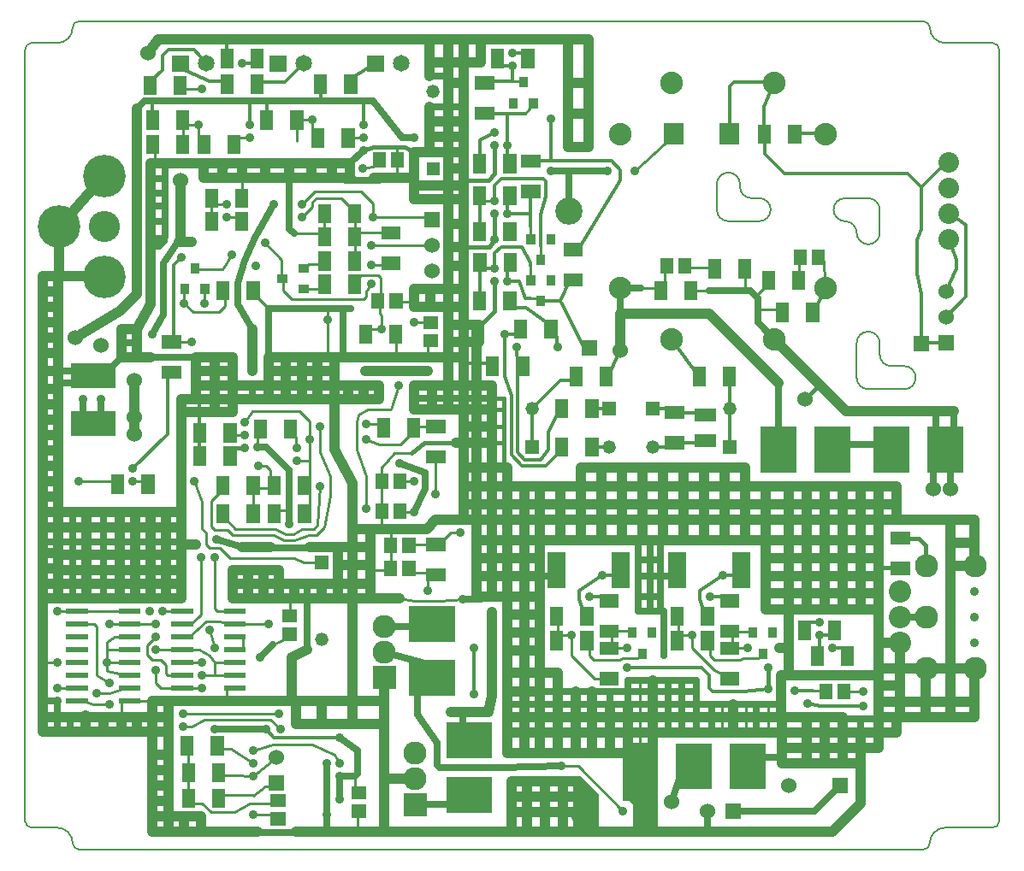
<source format=gbr>
G04 start of page 3 for group 1 idx 1 *
G04 Title: (unknown), solder *
G04 Creator: pcb 20091103 *
G04 CreationDate: Sun Apr 21 07:43:03 2024 UTC *
G04 For: bh *
G04 Format: Gerber/RS-274X *
G04 PCB-Dimensions: 560000 580000 *
G04 PCB-Coordinate-Origin: lower left *
%MOIN*%
%FSLAX25Y25*%
%LNBOTTOM*%
%ADD11C,0.0200*%
%ADD12C,0.0400*%
%ADD13C,0.0100*%
%ADD14C,0.0180*%
%ADD15C,0.0140*%
%ADD16C,0.0250*%
%ADD17C,0.0350*%
%ADD18C,0.0600*%
%ADD19C,0.0900*%
%ADD20C,0.0520*%
%ADD21C,0.1216*%
%ADD22C,0.1661*%
%ADD23C,0.0650*%
%ADD24C,0.0880*%
%ADD25C,0.0800*%
%ADD26C,0.1060*%
%ADD27C,0.0868*%
%ADD28C,0.0905*%
%ADD29C,0.0360*%
%ADD30R,0.0200X0.0200*%
%ADD33R,0.0512X0.0512*%
%ADD34R,0.1400X0.1400*%
%ADD38R,0.0340X0.0340*%
%ADD39R,0.0970X0.0970*%
%ADD40C,0.0380*%
%ADD41C,0.0220*%
%ADD42C,0.1299*%
%ADD43C,0.0672*%
%ADD44C,0.1027*%
%ADD45C,0.0430*%
%ADD46C,0.0408*%
%ADD47C,0.0709*%
%ADD48C,0.0620*%
%ADD49C,0.0418*%
%ADD50C,0.0455*%
%ADD51C,0.0300*%
%ADD52C,0.0060*%
%ADD53R,0.0680X0.0680*%
%ADD54R,0.0780X0.0780*%
%ADD55R,0.0490X0.0490*%
G54D11*G36*
X118500Y335000D02*X115000D01*
Y340500D01*
X121500D01*
Y338000D01*
X118500Y335000D01*
G37*
G36*
X279500Y129500D02*X282500D01*
X289500Y122500D01*
Y106000D01*
X279500D01*
Y129500D01*
G37*
G36*
X303000Y118500D02*X301500Y120000D01*
X299000D01*
Y142500D01*
X312500D01*
Y108000D01*
X303000D01*
Y118500D01*
G37*
G54D12*X161000Y293000D02*X237000D01*
X198500Y287500D02*X223000D01*
X161500D02*X186500D01*
G54D16*X231500Y287000D02*X231000Y286500D01*
G54D13*X210405Y300819D02*Y293095D01*
X205000Y304000D02*Y309224D01*
X204319Y309905D01*
Y313745D01*
X205000Y304000D02*X199414D01*
X199000Y318500D02*X201000Y321500D01*
X210543Y314607D02*X217393D01*
X223000Y293000D02*Y298850D01*
X217500Y306500D02*X224350D01*
G54D16*X190000Y312000D02*Y292500D01*
X161000Y293000D02*Y312000D01*
G54D13*X195095Y267681D02*Y256905D01*
X199000Y261000D02*X204000Y259000D01*
X172000Y252500D02*X177000D01*
X196000Y270500D02*X195095Y267681D01*
X199500Y272500D02*X196000Y270500D01*
X199500Y272500D02*X208500D01*
X199000Y267000D02*X205276D01*
G54D12*X192000Y282000D02*Y276500D01*
X198000Y282000D02*Y276500D01*
G54D13*X172000Y257500D02*X171000Y266500D01*
G54D12*X224500Y282000D02*Y272500D01*
G54D13*X208500D02*X211500Y282000D01*
G54D12*X217500D02*Y272500D01*
G54D13*X204000Y259000D02*X212086D01*
X217405Y264319D01*
X224819Y265905D02*X218181D01*
X210000Y255500D02*X216500D01*
G54D14*X221500Y259500D01*
G54D12*X237000Y266000D02*X248000D01*
Y282000D02*X217500D01*
Y272500D02*X248000D01*
G54D16*X217500Y277000D02*X248000D01*
X240000Y282000D02*X229500D01*
G54D13*X196724Y325000D02*X194405Y322681D01*
X196724Y325000D02*X203500D01*
X197000Y357500D02*X201500Y353000D01*
Y347000D01*
X201000Y329000D02*X206724D01*
X204500Y324000D02*Y315650D01*
X198000Y315500D02*X199000Y316500D01*
X203500Y325000D02*X204500Y324000D01*
X199000Y316500D02*Y318500D01*
X194405Y347819D02*Y331681D01*
X194724Y341500D02*X194405Y341181D01*
X207224Y341500D02*X194724D01*
G54D12*X231000Y345000D02*X237000D01*
X231000Y272500D02*Y417000D01*
Y366500D02*X237000D01*
X231000Y400000D02*X237000D01*
Y336000D02*X231500D01*
X231000Y328500D02*X237000D01*
X231500Y336000D02*X231000Y335500D01*
X204000Y276500D02*Y282000D01*
G54D13*X201000Y336500D02*X224500D01*
G54D12*X237000Y373000D02*X217500D01*
X223500Y379000D02*X237000D01*
X217500Y360000D02*X237000D01*
G54D16*X223000Y390500D02*X237500D01*
X223000Y402500D02*X231500D01*
G54D12*X223500D02*Y417000D01*
X217500Y373000D02*Y354500D01*
X237000Y229500D02*Y417000D01*
G54D14*X214000Y375000D02*X201500D01*
X214000D02*X217500Y373000D01*
G54D13*X211000Y363000D02*Y375000D01*
G54D16*X201500Y393000D02*X213000Y378500D01*
X217500D01*
G54D12*X223500Y385000D02*X237000D01*
X223500Y373000D02*Y390500D01*
G54D14*X249000Y364500D02*Y375500D01*
G54D15*X243095Y377595D02*X249000Y380500D01*
X250914Y406500D02*X250095Y407319D01*
G54D12*X243500Y408000D02*Y417000D01*
X223500Y408000D02*X243500D01*
G54D15*X243095Y369681D02*Y377595D01*
G54D13*X201500Y347500D02*X223500D01*
G54D12*X202000Y363000D02*X217500D01*
G54D13*X223500Y347500D02*X224500Y346500D01*
G54D12*X217500Y354500D02*X237000D01*
G54D14*X249000Y339000D02*Y349000D01*
G54D15*X243095Y343181D02*Y354819D01*
X249000Y333500D02*X251500Y336000D01*
G54D14*X236500D02*X247000D01*
X249000Y339000D01*
G54D15*X244478Y327500D02*X243202Y328776D01*
X249000Y327500D02*X244478D01*
X243095Y316181D02*Y328669D01*
X243202Y328776D01*
X249000Y333500D02*Y327500D01*
G54D13*Y354000D02*X243914D01*
X243095Y354819D01*
G54D15*X249000Y360000D02*X251500Y362500D01*
G54D14*X237500Y362000D02*X246500D01*
X249000Y364500D01*
G54D15*Y360000D02*Y354000D01*
G54D12*X118000Y417000D02*X285500D01*
G54D15*X144595Y410681D02*Y416905D01*
X119500Y410500D02*X122000Y413000D01*
G54D12*X118000Y417000D02*X114000Y411500D01*
G54D15*X122000Y413000D02*X132000D01*
X256000Y411500D02*X261086D01*
X150500Y407500D02*X155586D01*
X256000Y406500D02*X250914D01*
X202500Y407500D02*X193000Y401500D01*
X256000Y406500D02*Y400500D01*
X244500D01*
G54D13*X256000D02*X260100D01*
G54D12*X285500Y400000D02*X277500D01*
G54D15*X137819Y400681D02*X126000Y406000D01*
X132000Y413000D02*X136500Y407500D01*
X119500Y405000D02*Y410500D01*
G54D13*X135000Y397500D02*X125724D01*
G54D15*X114595Y400181D02*X114681D01*
X167181D02*X156905D01*
X167181D02*X174500Y407500D01*
X144595Y400681D02*X137819D01*
G54D13*X197500Y366500D02*X205000Y368000D01*
G54D12*X169000Y363000D02*Y368500D01*
X135500Y363000D02*X193000D01*
X135500D02*Y368500D01*
X192500Y363000D02*Y368500D01*
X185500Y363500D02*Y368500D01*
G54D13*X178000Y353500D02*X179500Y355000D01*
X189086D02*X179500D01*
X179000Y357500D02*X197000D01*
X189086Y355000D02*X193905Y350181D01*
G54D16*X191000Y362000D02*X204000D01*
G54D13*X144500Y352500D02*X139914D01*
G54D16*X120500Y352000D02*X115000D01*
G54D13*X303500Y365500D02*X318700Y379700D01*
G54D15*X298000Y366000D02*X294500Y369500D01*
X298000Y362000D02*Y366000D01*
X254000Y349000D02*Y353914D01*
X254905Y354819D01*
X267000Y348500D02*X269000Y355500D01*
X254000Y349000D02*X263000D01*
X269000Y361500D02*Y355500D01*
X268000Y362500D02*X269000Y361500D01*
G54D13*X260905Y388095D02*X264000Y391700D01*
G54D15*X251500Y362500D02*X268000D01*
X246181Y388095D02*X260905D01*
G54D12*X277500Y388000D02*X285500D01*
G54D15*X294500Y369500D02*X264276D01*
X271000Y386000D02*Y369500D01*
X254000Y370586D02*Y388000D01*
G54D16*X271000Y365500D02*X293000D01*
G54D12*X277500Y375000D02*X285500D01*
G54D16*X278000Y365500D02*Y350000D01*
G54D12*X285500Y417000D02*Y375000D01*
X277500Y417000D02*Y375000D01*
G54D16*X170819Y341181D02*X169000Y343000D01*
G54D13*X182595Y341181D02*Y347819D01*
X174000Y347500D02*X178000Y351500D01*
X182595Y341181D02*X170819D01*
G54D16*X149000Y322000D02*X151500Y330500D01*
G54D13*X166000Y323600D02*Y331000D01*
X176619Y329319D02*X174800Y327500D01*
Y319700D02*X181976D01*
X182595Y329319D02*X176619D01*
G54D16*X151500Y330500D02*X155500Y339500D01*
X163000Y352500D01*
G54D13*X144500Y347500D02*X149224D01*
X166000Y331000D02*X159500Y337500D01*
G54D16*X120500Y368500D02*Y340000D01*
G54D13*X128224Y383500D02*X127405Y384319D01*
Y377181D01*
G54D16*X120000Y329500D02*X125500Y338000D01*
G54D12*X109500Y390000D02*Y317500D01*
G54D15*X114681Y400181D02*X119500Y405000D01*
G54D16*X109500Y390000D02*X112500Y393000D01*
G54D13*X116500Y368500D02*Y373914D01*
G54D12*X115000Y313500D02*Y368500D01*
X126500Y362000D02*Y338000D01*
X131000D02*X126000D01*
G54D16*X120500Y362500D02*X115000D01*
X120500Y357000D02*X114500D01*
X120500Y346000D02*X115000D01*
G54D15*X153500Y383500D02*Y393000D01*
G54D16*X112500D02*X201500D01*
G54D15*X115595Y386681D02*Y392905D01*
X160095Y386681D02*Y393095D01*
G54D13*X133500Y383500D02*X128224D01*
X171905Y384319D02*Y377181D01*
X178000Y385500D02*Y379276D01*
X180095Y377181D01*
X198000Y378500D02*X193224D01*
G54D16*X198000Y373500D02*X192500Y368500D01*
G54D14*X201500Y375000D02*X198000Y373500D01*
G54D13*X178000Y385500D02*X172724D01*
Y383500D02*X171905Y384319D01*
G54D15*X198000Y383500D02*Y393000D01*
X181190Y399138D02*Y393414D01*
G54D12*X192500Y368500D02*X115000D01*
G54D13*X133500Y379276D02*X135595Y377181D01*
X133500Y383500D02*Y379276D01*
G54D16*X169000Y343000D02*Y363500D01*
G54D13*X138595Y353819D02*Y347181D01*
X153500Y378500D02*X148724D01*
X150405Y356181D02*Y363405D01*
G54D12*X150500Y363000D02*Y368500D01*
X159500Y363000D02*Y368500D01*
X143000Y363000D02*Y368000D01*
X144000D02*X143500Y368500D01*
G54D13*X178000Y351500D02*Y353500D01*
X174000Y352500D02*X179000Y357500D01*
G54D12*X177500Y363500D02*Y368500D01*
X79300Y344200D02*Y324300D01*
X97000Y363900D02*X79400Y344100D01*
G54D13*X161000Y312000D02*X154905Y317819D01*
X141500Y310500D02*X144000Y313000D01*
Y316914D01*
G54D16*X149000Y313500D02*X154500Y304000D01*
G54D13*X131900Y327400D02*X142950D01*
X142957Y327393D02*X146500Y333000D01*
G54D15*X127000Y332000D02*X124000Y329000D01*
G54D13*X166600Y323600D02*Y318900D01*
X170000Y315500D01*
G54D16*X149000Y313500D02*Y322000D01*
G54D13*X136000Y319000D02*X135800Y319200D01*
X136000Y314000D02*Y319000D01*
X128000Y314000D02*Y319200D01*
G54D15*X124000Y329000D02*Y299000D01*
G54D16*X120000Y329500D02*Y309500D01*
G54D14*X151500Y257500D02*X147724D01*
G54D13*X156500Y258000D02*Y262724D01*
X147724Y257500D02*X145905Y255681D01*
G54D16*X160000Y258000D02*X156500D01*
G54D13*X151500Y262500D02*X146000D01*
G54D12*X161000Y293000D02*Y276500D01*
X167500Y293000D02*Y276500D01*
X180000Y293000D02*Y276500D01*
X174000Y293000D02*Y276500D01*
G54D16*X154500Y282000D02*Y276500D01*
X161000Y312000D02*X193000D01*
G54D13*X204319Y313745D02*X203457Y314607D01*
X128000Y314000D02*X131500Y310500D01*
X141500D01*
X170000Y315500D02*X198000D01*
G54D12*X109500Y317500D02*X103000Y311000D01*
G54D13*X131000Y299000D02*X124276D01*
X124181Y298905D01*
G54D16*X120000Y309500D02*X115500Y302000D01*
G54D12*X109500Y304000D02*X109586Y293000D01*
X103000Y311000D02*X85500Y300500D01*
G54D16*X79000Y283000D02*X85700D01*
X103500Y293000D02*X96400Y285900D01*
G54D12*X109500Y304000D02*X103500D01*
G54D16*X132500Y293000D02*X115000D01*
G54D12*X103500D01*
X115000Y313500D02*X109500Y304000D01*
X154500D02*Y287500D01*
G54D15*X134000Y276000D02*Y253414D01*
G54D12*X127000Y271500D02*X147000D01*
G54D15*X121500Y287000D02*Y263000D01*
G54D12*X108500Y284000D02*Y263000D01*
X147000Y271500D02*Y293000D01*
X132500D02*Y276500D01*
X140000Y293000D02*Y271500D01*
X132500Y287500D02*X147000D01*
X132500Y293000D02*X147000D01*
G54D16*X95500Y276500D02*Y268000D01*
X88500Y276500D02*Y267200D01*
G54D13*X173000Y272000D02*X177000Y268000D01*
X181000Y266000D02*Y256000D01*
G54D12*X204000Y282000D02*X132500D01*
X127000Y276500D02*X204000D01*
G54D13*X151500Y267500D02*X154500Y272000D01*
X173000D01*
G54D14*X221500Y259500D02*X234000D01*
G54D12*X248000D02*X234000D01*
G54D14*X248000Y272500D02*X252500D01*
X248000Y259500D02*X252500D01*
X248500Y266000D02*X252500D01*
G54D12*X237000Y250000D02*X254000D01*
G54D15*X263500Y258000D02*Y273000D01*
X270000Y263500D02*X274000Y272000D01*
X275095Y274181D02*X274819D01*
X293500Y258000D02*X288086D01*
X293500Y273000D02*X288086D01*
X270000Y257000D02*Y263500D01*
X310500Y273000D02*X316224D01*
X260500Y253000D02*X267000D01*
X260500D02*X258000Y256000D01*
X269000Y250500D02*X259500D01*
X255500Y255000D01*
X267000Y253000D02*X270000Y257000D01*
X269000Y250500D02*X275095Y256819D01*
X274500Y315000D02*X267400D01*
X273500Y297000D02*X272500Y305500D01*
X261267Y312319D02*X270905Y305181D01*
X263500Y273000D02*X274500Y284000D01*
G54D14*X249000Y311000D02*X243500Y305500D01*
G54D15*X253000Y285500D02*Y302000D01*
X258276D01*
G54D12*X243000Y305500D02*Y299000D01*
G54D14*X248000Y277000D02*X252500D01*
G54D13*X263000Y316000D02*X266000D01*
X266900Y315100D01*
G54D15*X253905Y312319D02*X261267D01*
X258000Y256000D02*Y288000D01*
X255500Y255000D02*Y278000D01*
X253000Y285500D01*
G54D14*X252500Y277000D02*Y250000D01*
G54D12*X231000Y305500D02*X243000D01*
X231000Y299000D02*X243000D01*
G54D15*X298000Y295500D02*X292405Y284319D01*
X257500Y297000D02*X258000Y289500D01*
X247095Y290681D02*X237681D01*
X274500Y284000D02*X280276D01*
X280595Y284319D01*
X274500Y315000D02*X284000Y296500D01*
G54D12*X298000Y295500D02*Y310000D01*
X217500Y319500D02*Y312500D01*
X224000D02*Y319500D01*
X237000Y312500D02*X217500D01*
Y319500D02*X237000D01*
G54D14*X249000Y322500D02*Y311000D01*
G54D15*X254000Y322500D02*Y327764D01*
X255012Y328776D01*
X254000Y322500D02*X258500D01*
X263000Y330000D02*Y328500D01*
G54D13*Y323300D01*
G54D15*X258500Y322500D02*X261000Y316000D01*
X263000D01*
X251500Y336000D02*X259500D01*
X263000Y330000D01*
G54D13*Y344000D02*Y338700D01*
X266900Y331100D02*Y336400D01*
G54D15*X267000Y348500D01*
X263000Y344000D02*Y356414D01*
X274500Y315000D02*X278319Y323095D01*
X281500Y335000D02*X298000Y362000D01*
G54D16*Y310000D02*Y320000D01*
G54D13*X315095Y320181D02*Y328405D01*
G54D16*X298000Y320000D02*X306000D01*
G54D13*X313414D01*
X313595Y320181D01*
X155000Y114500D02*X162850D01*
X164893Y112457D01*
G54D12*X115500Y114000D02*X134500D01*
G54D13*X147500Y115500D02*X153500Y119000D01*
X163936D01*
G54D16*X156000Y107500D02*X172500D01*
G54D13*X195500Y108000D02*Y115064D01*
G54D12*X115500Y108000D02*X156500D01*
X134500Y114000D02*Y108000D01*
X128000D02*Y114000D01*
G54D13*X140905Y140319D02*X146181D01*
X155000Y134500D01*
X141405Y129819D02*X147181D01*
X155000Y129500D01*
X141405Y122181D02*X155181D01*
X155000Y122000D02*X159500Y125500D01*
X163000D01*
X155000Y129500D02*X164000Y137000D01*
X155000Y139500D02*X162500Y142000D01*
G54D15*X163000Y144500D02*X160000Y148000D01*
G54D12*X115500Y159000D02*X206000D01*
G54D13*X127500Y154000D02*X165000D01*
X136000Y151500D02*X161500D01*
G54D16*X140000Y148000D02*X160000D01*
G54D15*X163000Y144500D02*X188500D01*
G54D12*X171500Y150000D02*X206000D01*
G54D13*X161500Y151500D02*X165500Y148000D01*
G54D12*X181500Y159000D02*Y150000D01*
X171500D02*Y159000D01*
G54D16*X183500Y134500D02*Y108000D01*
G54D13*X162500Y142000D02*X178000D01*
X186500Y138000D01*
X188500Y134500D01*
G54D16*Y144500D02*X195500Y139500D01*
Y130500D01*
X194500Y129500D01*
X188500D01*
G54D13*X194500D02*Y124150D01*
G54D16*X188500Y129500D02*Y120500D01*
G54D12*X218000Y128500D02*X206000D01*
Y168000D02*Y108000D01*
G54D16*X219000Y153500D02*Y164300D01*
G54D13*X138500Y115500D02*X147500D01*
X138500D02*X135000Y119000D01*
X130414D01*
G54D12*X115500Y108000D02*Y159000D01*
X122000Y108000D02*Y159000D01*
X115500Y120000D02*X122000D01*
X115500Y126000D02*X122000D01*
X115500Y132000D02*X122000D01*
X115500Y138000D02*X122000D01*
X79000Y238500D02*X73000D01*
G54D13*X101914Y244500D02*X102095Y244681D01*
X108000Y244500D02*X113724D01*
X87000D02*X101914D01*
G54D12*X90000Y232500D02*Y226500D01*
X73000D02*X127000D01*
Y232500D02*X73000D01*
X79000Y216000D02*X127000D01*
G54D16*X72500Y221000D02*X126500D01*
G54D12*X73000Y216500D02*X79000D01*
G54D13*X89500Y194000D02*X103500D01*
G54D12*X127000Y204500D02*X75500D01*
X73000Y199000D02*X127000D01*
G54D13*X78500Y194000D02*X83000D01*
G54D12*X79000Y210000D02*X127000D01*
G54D13*X89500Y189000D02*X93000D01*
X94000Y188000D01*
Y169000D01*
X103500Y184000D02*X101000D01*
X113500Y180500D02*Y177000D01*
X101000Y184000D02*X98000Y182000D01*
X117000Y184000D02*X113500Y180500D01*
X115500Y175000D02*X119000D01*
X98000Y182000D02*Y170500D01*
X106000Y169000D01*
X104000Y179000D02*X98000D01*
X99000Y162000D02*X105000Y164000D01*
X98000Y174000D02*X103500D01*
X99000Y189000D02*X103500D01*
G54D12*X103000Y232500D02*Y199000D01*
X90000Y227000D02*Y199000D01*
G54D16*X84500D02*Y232500D01*
X96500Y198500D02*Y232500D01*
G54D12*X114850D02*X115000Y199000D01*
X109000Y232500D02*Y199000D01*
G54D15*X121500Y263000D02*X108000Y249500D01*
G54D13*X94000Y169000D02*X99000Y166000D01*
X78500Y174000D02*X73000D01*
X83000Y164000D02*X78500D01*
G54D16*X83500Y152500D02*Y147000D01*
X78500Y159000D02*Y147000D01*
G54D12*X73000Y152500D02*X122000D01*
X73000Y147000D02*X122000D01*
X109500Y152500D02*Y147000D01*
X103500Y152500D02*Y147000D01*
X89500D02*Y152500D01*
X96500D02*Y147000D01*
G54D13*X94000Y162000D02*X99000D01*
X88500Y159000D02*X92500Y157500D01*
X99000D01*
X103500Y159000D02*Y152500D01*
G54D16*X73000Y159000D02*X78500D01*
G54D12*X79000Y199000D02*Y324500D01*
X73000Y147000D02*Y324500D01*
Y244500D02*X79000D01*
X73000Y250500D02*X79000D01*
X73000Y256500D02*X79000D01*
X73000Y262500D02*X79000D01*
X73000Y268500D02*X79000D01*
X73000Y274500D02*X79000D01*
X73000Y280500D02*X79000D01*
X73000Y210500D02*X79000D01*
G54D16*X104000Y298500D02*X109500D01*
G54D12*X103500Y304000D02*Y293000D01*
X73000Y324500D02*X97000D01*
X73000Y318500D02*X79000D01*
Y287500D02*X73000D01*
Y312500D02*X78500D01*
X73000D02*X79000D01*
X73000Y306500D02*X79000D01*
X73000Y300500D02*X79000D01*
X73000Y294500D02*X79000D01*
G54D16*X78500Y287500D02*X86000D01*
G54D13*X144500Y174000D02*X140000D01*
Y169000D01*
X135000D02*X144500D01*
X141000D01*
X144500Y164000D02*Y158500D01*
X134000Y179000D02*X130500D01*
X124000D02*X116500D01*
X135000Y174000D02*X130500D01*
X124000Y169000D02*X121500D01*
X121000Y169500D01*
Y173000D02*Y169500D01*
X135000Y164000D02*X130500D01*
X117000Y166000D02*X119000Y164000D01*
X124000D01*
X117000Y166000D02*Y171000D01*
X110000Y159000D02*X115500D01*
X119500Y194000D02*X124000D01*
X110000Y189000D02*X117000D01*
X113500Y177000D02*X115500Y175000D01*
X134000Y192000D02*X134500Y192500D01*
X138000Y176500D02*X134000Y179000D01*
X134500Y192500D02*Y215000D01*
X130000Y184000D02*X136500Y190000D01*
X130500Y189000D02*X134000Y192000D01*
X140000Y195000D02*Y215000D01*
Y174000D02*X138000Y176500D01*
Y186500D02*X140000Y179500D01*
X144500Y194000D02*X141000D01*
X140000Y195000D01*
X151000Y184000D02*Y179000D01*
X136500Y190000D02*X140500D01*
X151000Y189000D01*
G54D16*X140500Y222000D02*X150500Y219000D01*
G54D13*X138000Y218500D02*X136500Y220000D01*
X143095Y230819D02*X143181D01*
X148000Y226000D01*
X140000Y225500D02*X145000D01*
X147000Y223500D01*
X142000Y218500D02*X146000Y214500D01*
X143095Y241819D02*Y241595D01*
X138500Y237000D01*
Y227000D01*
X140000Y225500D01*
G54D12*X127000Y199000D02*Y276500D01*
X121000Y232500D02*Y199000D01*
G54D13*X138000Y218500D02*X142000D01*
G54D12*X132500Y220000D02*X127000D01*
G54D13*X136500D02*Y224500D01*
X135000Y226000D01*
Y236500D01*
X132000Y244500D01*
G54D12*X147000Y199000D02*X212000D01*
G54D13*X161000Y189000D02*X151000D01*
X162500Y181000D02*X168500Y183500D01*
X169107Y192543D02*Y198393D01*
G54D12*X147000Y204500D02*X200500D01*
X181500D02*Y199000D01*
G54D13*X157000Y250500D02*X160000D01*
X154905Y233181D02*Y241819D01*
X163095D01*
X163500Y226000D02*X167500Y224000D01*
G54D16*X169000Y228000D02*Y249000D01*
G54D13*X163095Y233181D02*X169181D01*
X180000Y227500D02*X181000Y242500D01*
G54D16*X176000Y199000D02*Y204500D01*
G54D13*X167000Y221500D02*X171000D01*
G54D16*X159000Y218500D02*X179000D01*
G54D12*X177000Y219000D02*X200500D01*
G54D13*X179500Y223500D02*X182500Y226500D01*
X178500Y226000D02*X180000Y227500D01*
X179500Y223500D02*X176500D01*
X178500Y226000D02*X174000D01*
X167500Y224000D02*X170500D01*
X176500Y223500D02*X171000Y221500D01*
X174000Y226000D02*X170500Y224000D01*
X171000Y214500D02*X174500Y213000D01*
X181500D02*X174500D01*
X185000Y239000D02*X182500Y226500D01*
X147000Y223500D02*X163000D01*
X148000Y226000D02*X163500D01*
G54D12*X161500Y219000D02*X150500D01*
G54D13*X163000Y223500D02*X167000Y221500D01*
G54D12*X147000Y210000D02*X165000D01*
X147000D02*Y199000D01*
X153000D02*Y210000D01*
X165000D02*Y199000D01*
X159000Y210000D02*Y199000D01*
G54D13*X171000Y214500D02*X146000D01*
X199000Y246500D02*Y234000D01*
G54D12*X222500Y226000D02*X193500D01*
G54D13*X204957Y233393D02*Y249957D01*
X181000Y256000D02*X185000Y246500D01*
G54D12*X186500Y257000D02*X193500Y244000D01*
G54D13*X185000Y246500D02*Y239000D01*
X177000Y233776D02*Y268000D01*
G54D16*X222000Y241500D02*Y248000D01*
G54D13*X195095Y256905D02*X199000Y246500D01*
G54D16*X222000Y248000D02*X212000Y251500D01*
G54D13*X204957Y249957D02*X210000Y255500D01*
G54D12*X427000Y220500D02*X436000D01*
G54D14*X414095Y222405D02*X417000Y219500D01*
X408181Y222405D02*X414095D01*
G54D12*X242000Y221500D02*X398500D01*
X237000Y235500D02*X405500D01*
X237000Y242500D02*X405500D01*
Y229500D01*
X226000D02*X436000D01*
G54D16*X407000Y191500D02*X417000D01*
X384500Y152000D02*X398500D01*
G54D12*Y181500D02*X407000D01*
Y152500D01*
G54D13*X392500Y162500D02*X385436D01*
G54D12*X398500Y165000D02*X407000D01*
G54D14*X417000Y219500D02*Y211500D01*
G54D12*X436000D02*X427000D01*
X417000Y171500D02*Y152500D01*
G54D14*X399000Y211000D02*X407776D01*
G54D12*X436000Y171500D02*Y152500D01*
X398500D01*
Y158500D02*X436000D01*
G54D13*X344500Y175000D02*X334500D01*
X333000Y176500D02*Y180224D01*
X334500Y175000D02*X333000Y176500D01*
X346000Y175500D02*X344500Y175000D01*
X349500Y185800D02*X341976D01*
X349500Y175500D02*X346000D01*
X347500Y179500D02*X341776D01*
X341681Y179405D02*Y186095D01*
X326500Y184500D02*X321414D01*
G54D16*X315000Y176500D02*Y194000D01*
G54D13*X326000Y184500D02*Y179500D01*
G54D15*X334000Y199500D02*X338224D01*
X331000Y192500D02*X329000Y198500D01*
Y202000D01*
X338000Y208000D01*
X343500D01*
G54D16*X315000Y194000D02*X305000D01*
X313500Y199500D02*X305000D01*
Y194000D02*Y221000D01*
X313500Y194000D02*Y221500D01*
X309500Y194000D02*Y221500D01*
X320000Y207500D02*X305000D01*
X313500Y214000D02*X305000D01*
X391500Y152000D02*Y145500D01*
G54D12*Y242500D02*Y194500D01*
X370500Y242500D02*Y194500D01*
G54D15*X376000Y157000D02*X392500D01*
X376000D02*X371000Y158000D01*
G54D13*X373000Y163000D02*X377850D01*
G54D12*X354500Y214500D02*X398500D01*
X436000Y229500D02*Y211500D01*
X354500Y207500D02*X398500D01*
X436000Y171500D02*X398500D01*
X405500Y146500D02*Y152500D01*
X354500Y201000D02*X398500D01*
Y169000D02*X360500D01*
X354500Y194500D02*X398500D01*
X426500Y152500D02*Y229500D01*
G54D13*X286000Y180224D02*X284905Y181319D01*
X302500Y175500D02*X299000D01*
X286000Y176500D02*Y180224D01*
X287500Y175000D02*X286000Y176500D01*
X297500Y175000D02*X287500D01*
X299000Y175500D02*X297500Y175000D01*
G54D12*X254000Y170000D02*X273500D01*
G54D16*X301000Y167000D02*Y157500D01*
G54D13*X292319Y167595D02*X287905D01*
G54D16*X254000Y157500D02*X360500D01*
X301000Y167000D02*X327500D01*
X294000Y157500D02*Y162500D01*
G54D15*X334000D02*X332500Y164000D01*
X300500Y172000D02*X329500D01*
X332500Y169000D01*
G54D13*X341681Y167595D02*X334500Y171000D01*
G54D12*X254000Y146500D02*X405500D01*
X342000Y157500D02*Y147000D01*
G54D15*X366000Y163000D02*X373000D01*
G54D12*X360500Y169000D02*Y152500D01*
G54D16*X351000Y157500D02*Y146500D01*
G54D13*X349500Y175500D02*X354500Y176000D01*
G54D16*X322000Y146500D02*Y167000D01*
X316500Y146500D02*Y167000D01*
X327500Y147000D02*Y167000D01*
G54D15*X355500Y163500D02*X346000Y162500D01*
X334000D01*
G54D12*X260500Y138500D02*Y242500D01*
G54D13*X279000Y184500D02*X273914D01*
G54D12*X248000Y282000D02*Y199500D01*
X266500Y138500D02*Y242500D01*
G54D13*X217500Y244500D02*X212436D01*
X204957Y232607D02*Y226043D01*
X212043Y233393D02*Y233543D01*
G54D16*X217500Y232500D02*X222000Y241500D01*
G54D13*X217500Y232500D02*X212150D01*
X302500Y186300D02*X295476D01*
X305500Y141000D02*Y167500D01*
G54D15*X287000Y199500D02*X291224D01*
X291000Y208000D02*X296500D01*
X284000Y192500D02*X282000Y198500D01*
Y202000D01*
G54D12*X242000Y207500D02*X266500D01*
X242000Y199500D02*X266500D01*
G54D15*X415358Y359142D02*Y342858D01*
X425972Y369142D02*X425358D01*
X415358Y359142D01*
X432500Y344500D02*X425972Y349142D01*
X410000Y364500D02*X362000D01*
X415358Y359142D02*X410000Y364500D01*
X415358Y342858D02*X413500Y338500D01*
G54D12*X398500Y140500D02*Y242500D01*
Y140500D02*X361000D01*
G54D13*X367405Y324181D02*Y330555D01*
X378000Y320000D02*X377000Y333000D01*
G54D15*X425000Y298500D02*X415154D01*
X415094Y298440D01*
Y317673D01*
X425000Y308500D02*X432500Y316500D01*
Y344500D01*
X428953Y330953D02*Y327453D01*
X425000Y318500D01*
X429000Y331000D02*X425972Y339142D01*
X415094Y317673D02*X413500Y325500D01*
Y338500D02*Y325500D01*
X354095Y372405D02*X362000Y364500D01*
X377936Y380145D02*X367231D01*
X357936Y400145D02*X353855Y390645D01*
X357936Y400145D02*X342145D01*
X340500Y398500D01*
Y379900D01*
X354000Y391000D02*Y381276D01*
X354095Y381181D01*
X353214Y379700D02*X354095Y378819D01*
Y372405D01*
G54D13*X346405Y326319D02*Y319095D01*
X323043Y328107D02*X334021D01*
G54D15*X320181Y259595D02*X328295D01*
X318586Y258000D02*X320181Y259595D01*
X318586Y273000D02*X320181Y271405D01*
X328295D01*
X310500Y258000D02*X318586D01*
X340500D02*Y286586D01*
G54D16*X380600Y258900D02*X403400D01*
G54D12*X358000Y300000D02*X386000Y272000D01*
X428000D01*
G54D16*X420000Y241500D02*Y251500D01*
X421000Y272000D02*Y258700D01*
X426500Y241000D02*Y251200D01*
X428000Y272000D02*Y262300D01*
G54D13*X184000Y293000D02*Y312000D01*
G54D12*X186500Y257000D02*Y293000D01*
G54D13*X160000Y250500D02*X161500Y249000D01*
Y245776D01*
G54D12*X282500Y250000D02*X346500D01*
G54D16*X169000Y249000D02*X160000Y258000D01*
G54D13*X226000Y239500D02*Y252914D01*
G54D12*X242000Y214500D02*X266500D01*
G54D16*Y207500D02*X272000D01*
X273000Y206500D01*
G54D12*X242000Y199500D02*Y304500D01*
X274500Y221500D02*Y242500D01*
X282500Y221500D02*Y250000D01*
X290500Y221500D02*Y250000D01*
X298500Y221500D02*Y250000D01*
X306500Y221500D02*Y250000D01*
G54D16*X236500Y198500D02*X243500D01*
G54D13*X218000Y198000D02*X227500D01*
X218000D02*X211500Y199000D01*
X227500Y198000D02*X236500Y198500D01*
G54D12*X314500Y221500D02*Y250000D01*
X322500Y221500D02*Y250000D01*
X330500Y221500D02*Y250000D01*
X338500Y221500D02*Y250000D01*
X346500Y221500D02*Y250000D01*
X354500Y194500D02*Y242500D01*
G54D15*X371414Y189500D02*X369595Y187681D01*
X375500Y184500D02*X380586D01*
X380500Y179500D02*X384586D01*
X375500Y189500D02*X371414D01*
G54D13*X294681Y179405D02*Y186095D01*
G54D12*X360000Y179500D02*X363500D01*
G54D15*X384586D02*X386405Y177681D01*
G54D12*X384500Y242500D02*Y194500D01*
G54D15*X375500Y184500D02*Y178586D01*
X374595Y177681D01*
G54D12*X377500Y242500D02*Y194500D01*
X298000Y310000D02*X332500D01*
X359500Y283000D01*
G54D15*X340500Y286586D02*X340405Y286681D01*
X318000Y300000D02*X329000Y285000D01*
G54D16*X332500Y319000D02*X348500D01*
G54D13*X332500D02*X326586D01*
X325405Y320181D01*
G54D16*X359500Y283000D02*Y257500D01*
X348500Y319000D02*X351500Y316000D01*
X358000Y300000D02*X351500Y306500D01*
Y316000D01*
G54D13*X361095Y311681D02*X351181D01*
X351000Y311500D01*
G54D15*X378000Y320000D02*X374000Y311500D01*
G54D14*X370000Y276500D02*X376000Y282500D01*
G54D13*X355595Y321819D02*Y321595D01*
X350500Y316500D01*
X129595Y122181D02*Y139819D01*
X129095Y140319D01*
G54D16*X126500Y221000D02*X127000Y220500D01*
G54D13*X128000Y149000D02*X131000D01*
X136000Y151500D01*
X119000Y175000D02*X121000Y173000D01*
G54D12*X188000Y219000D02*Y199000D01*
X193500Y244000D02*Y150000D01*
X200500Y199000D02*Y226000D01*
X188000Y212000D02*X200500D01*
X171000Y204500D02*Y199000D01*
X170000Y159000D02*Y176000D01*
G54D16*X176000Y179000D02*Y199500D01*
G54D12*X170000Y176000D02*X176000Y179000D01*
G54D16*X157500Y176000D02*X162500Y181000D01*
G54D13*X223000Y202000D02*Y207276D01*
X215000Y209000D02*X225000D01*
X208457Y210893D02*Y225957D01*
X224819Y219905D02*X215555D01*
X215543Y219893D01*
G54D16*X206000Y178000D02*X227900Y171900D01*
X206000Y188000D02*X220500D01*
G54D15*X241000Y161500D02*Y179500D01*
G54D12*X222500Y226000D02*X226000Y229500D01*
G54D13*X235500Y224500D02*X231776D01*
X227181Y219905D01*
G54D12*X254000Y250000D02*Y138500D01*
X248000Y161000D02*Y193500D01*
X273500Y138500D02*Y170000D01*
G54D13*X200500Y210000D02*X208350D01*
G54D15*X282000Y202000D02*X291000Y208000D01*
G54D12*X254000Y192500D02*X266500D01*
X254000Y185500D02*X266500D01*
X254000Y178500D02*X266500D01*
G54D13*X273595Y183681D02*Y193181D01*
X300500Y179500D02*X294776D01*
X287905Y167595D02*X279000Y176500D01*
Y184500D01*
G54D12*X363500Y242500D02*Y169000D01*
G54D13*X334500Y171000D02*X326000Y179500D01*
X302500Y175500D02*X307500Y176000D01*
X320595Y183681D02*Y193181D01*
X332405Y181319D02*Y181095D01*
G54D14*X355500Y172000D02*Y163500D01*
G54D13*X347000Y146500D02*Y157500D01*
X337500Y146000D02*Y157500D01*
X355500Y147000D02*Y157500D01*
G54D16*X333500D02*Y146500D01*
G54D15*X332500Y164000D02*Y169000D01*
G54D16*X361000Y137000D02*X349200D01*
G54D12*X361000Y152500D02*Y134500D01*
X384500Y152500D02*Y134500D01*
X377500Y152500D02*Y134500D01*
X370500Y152500D02*Y134500D01*
G54D16*X267000Y162500D02*X327500D01*
G54D12*X254000Y152500D02*X384500D01*
X171500Y108000D02*X380500D01*
X268500Y127500D02*Y108000D01*
G54D13*X281500Y133500D02*X299000Y116000D01*
G54D12*X255500Y127500D02*X281000D01*
X282500Y115500D02*X255500D01*
X283000Y121500D02*X255500D01*
X275500Y127500D02*Y108000D01*
G54D16*X218000Y118500D02*X234200D01*
G54D12*X261500Y127500D02*Y108000D01*
X255500Y127500D02*Y108000D01*
G54D16*X332000Y116000D02*Y108000D01*
X318000Y119500D02*X323500Y136500D01*
G54D12*X391500Y119000D02*X380500Y108000D01*
G54D16*X373500Y116000D02*X383500Y126000D01*
G54D12*X361000Y134500D02*X391500D01*
Y119000D02*Y146500D01*
G54D16*X342000Y116000D02*X373500D01*
X226500Y142500D02*X219000Y153500D01*
X236500Y154500D02*Y145500D01*
X226500Y142500D02*Y134000D01*
X227500Y133000D01*
X252000D01*
G54D12*X232000Y154500D02*X246500D01*
G54D13*X275000Y133500D02*X281500D01*
G54D12*X310500Y167000D02*Y138500D01*
X301000Y140000D02*Y157500D01*
X280500Y138500D02*Y162500D01*
X287000D02*Y138500D01*
X294000Y157500D02*Y138500D01*
G54D16*X252000Y133000D02*X275000Y133500D01*
G54D12*X254000Y162500D02*X267000D01*
X248000Y161000D02*X246500Y154500D01*
X254500Y138500D02*X299500D01*
G54D11*G36*
X161000Y130000D02*Y124000D01*
X167000D01*
Y130000D01*
X161000D01*
G37*
G54D18*X164000Y137000D03*
G54D11*G36*
X201500Y172500D02*Y163500D01*
X210500D01*
Y172500D01*
X201500D01*
G37*
G54D19*X206000Y178000D03*
Y188000D03*
G54D20*X181500Y183000D03*
G54D11*G36*
X178900Y215600D02*Y210400D01*
X184100D01*
Y215600D01*
X178900D01*
G37*
G36*
X213500Y123000D02*Y114000D01*
X222500D01*
Y123000D01*
X213500D01*
G37*
G54D19*X218000Y128500D03*
Y138500D03*
G54D11*G36*
X221500Y349500D02*Y343500D01*
X227500D01*
Y349500D01*
X221500D01*
G37*
G36*
X222400Y369100D02*Y363900D01*
X227600D01*
Y369100D01*
X222400D01*
G37*
G54D20*X225000Y396500D03*
G54D18*X224500Y336500D03*
Y326500D03*
G54D21*X97000Y344000D03*
G54D22*Y324300D03*
Y363700D03*
X79300Y344000D03*
G54D11*G36*
X123250Y410750D02*Y404250D01*
X129750D01*
Y410750D01*
X123250D01*
G37*
G54D23*X136500Y407500D03*
G54D11*G36*
X161250Y410750D02*Y404250D01*
X167750D01*
Y410750D01*
X161250D01*
G37*
G54D23*X174500Y407500D03*
G54D11*G36*
X199250Y410750D02*Y404250D01*
X205750D01*
Y410750D01*
X199250D01*
G37*
G54D23*X212500Y407500D03*
G54D24*X318000Y400000D03*
X358000D03*
X378000Y380000D03*
G54D11*G36*
X283000Y299500D02*Y293500D01*
X289000D01*
Y299500D01*
X283000D01*
G37*
G54D24*X298000Y380000D03*
Y320000D03*
G54D25*X426000Y369000D03*
Y359000D03*
Y349000D03*
Y339000D03*
G54D24*X318000Y300000D03*
G54D26*X278000Y350000D03*
G54D27*X407000Y191500D03*
Y181500D03*
Y201500D03*
G54D28*X417100Y191500D03*
Y171500D03*
Y211500D03*
X436100Y171500D03*
Y211500D03*
G54D11*G36*
X380500Y129000D02*Y123000D01*
X386500D01*
Y129000D01*
X380500D01*
G37*
G54D18*X363500Y126000D03*
G54D11*G36*
X339000Y119000D02*Y113000D01*
X345000D01*
Y119000D01*
X339000D01*
G37*
G54D18*X332000Y116000D03*
G54D11*G36*
X260900Y260600D02*Y255400D01*
X266100D01*
Y260600D01*
X260900D01*
G37*
G54D20*X293500Y258000D03*
G54D11*G36*
X307900Y275600D02*Y270400D01*
X313100D01*
Y275600D01*
X307900D01*
G37*
G36*
X290900D02*Y270400D01*
X296100D01*
Y275600D01*
X290900D01*
G37*
G54D20*X263500Y273000D03*
X310500Y258000D03*
G54D11*G36*
X422000Y301500D02*Y295500D01*
X428000D01*
Y301500D01*
X422000D01*
G37*
G54D18*X425000Y308500D03*
Y318500D03*
G54D11*G36*
X412094Y301440D02*Y295440D01*
X418094D01*
Y301440D01*
X412094D01*
G37*
G54D20*X340500Y273000D03*
G54D24*X378000Y320000D03*
X358000Y300000D03*
G54D11*G36*
X337900Y260600D02*Y255400D01*
X343100D01*
Y260600D01*
X337900D01*
G37*
G54D29*X163000Y352500D03*
X144500Y347500D03*
X174000D03*
Y352500D03*
X144500D03*
X115000Y368500D03*
G54D18*X126500Y362000D03*
G54D29*X115000Y362500D03*
X198000Y373500D03*
X201500Y347500D03*
X133500Y383500D03*
X135000Y397500D03*
G54D18*X114000Y411500D03*
G54D29*X153500Y378500D03*
X197500Y366500D03*
X115000Y320000D03*
X128000Y314000D03*
X115000Y324000D03*
X73000Y324500D03*
X79500D03*
X156000Y328500D03*
X136000Y314000D03*
X154500Y304000D03*
X146500Y333000D03*
X131000Y338000D03*
X118500D03*
X131000Y299000D03*
X115500Y302000D03*
G54D18*X85500Y300500D03*
X95500Y297500D03*
G54D29*X127000Y332000D03*
X159500Y337500D03*
X153500Y383500D03*
X150500Y407500D03*
X198000Y383500D03*
X178000Y385500D03*
X198000Y378500D03*
X217500D03*
X285500Y413500D03*
Y400000D03*
Y375000D03*
X271000Y365500D03*
X293000D03*
X303500D03*
X249000Y380500D03*
X237000Y408000D03*
X256000Y406500D03*
Y411500D03*
X249000Y375500D03*
X254000D03*
X271000Y386000D03*
X201000Y329000D03*
X184000Y307500D03*
X201000Y321500D03*
X205000Y304000D03*
X217500Y306500D03*
X224000Y312500D03*
X257500Y297000D03*
X253000Y302000D03*
X273500Y297000D03*
G54D18*X298000Y295500D03*
G54D29*X249000Y327500D03*
Y322500D03*
X254000D03*
X249000Y349000D03*
Y354000D03*
X254000Y349000D03*
X249000Y339000D03*
X201000Y336500D03*
X188500Y120500D03*
X183500Y114500D03*
X188500Y129500D03*
X183500Y134500D03*
X188500D03*
X134500Y114000D03*
X155000Y114500D03*
X160000Y148000D03*
X155000Y134500D03*
Y129500D03*
Y139500D03*
X140000Y148000D03*
X147000Y271500D03*
X151500Y267500D03*
Y262500D03*
X181000Y242500D03*
X161500Y219000D03*
X177000D03*
X169000Y228000D03*
X134500Y215000D03*
X132500Y220000D03*
X132000Y244500D03*
X140000Y215000D03*
X140500Y222000D03*
X151500Y257500D03*
X157000Y250500D03*
X181000Y266000D03*
X156500Y258000D03*
X172000Y252500D03*
X177000Y261000D03*
X103000Y214000D03*
Y210000D03*
X108000Y249500D03*
G54D18*X108500Y269500D03*
Y263000D03*
G54D29*X79000Y287500D03*
Y283000D03*
X88500Y276500D03*
X95500D03*
G54D18*X108500Y284000D03*
G54D29*X161000Y189000D03*
X176000Y179000D03*
X157500Y176000D03*
X165000Y154000D03*
X165500Y148000D03*
X188500Y144500D03*
X181500Y159000D03*
X212000Y251500D03*
X199000Y234000D03*
X147000Y204500D03*
X127000D03*
X266500Y207500D03*
X355000D03*
X217500Y232500D03*
X235500Y224500D03*
X237000Y250000D03*
X254000Y221500D03*
Y250000D03*
X248000D03*
Y221500D03*
X223000Y202000D03*
X377500Y202500D03*
X222500Y226000D03*
X226000Y239500D03*
X87000Y244500D03*
X108000D03*
X90000Y232500D03*
G54D18*X420000Y241500D03*
X426500D03*
G54D29*X217500Y244500D03*
X109000Y232500D03*
X354500Y221500D03*
Y229500D03*
X140000Y271500D03*
X154500Y287500D03*
X132500Y282000D03*
X172000Y257500D03*
X198500Y287500D03*
X211500Y282000D03*
X199000Y261000D03*
X223000Y287500D03*
X199000Y267000D03*
X224500Y272500D03*
X242000Y287000D03*
X248000Y272500D03*
G54D18*X370000Y276500D03*
G54D29*X99000Y166000D03*
X94000Y162000D03*
X99000Y157500D03*
X89500Y153500D03*
X135000Y174000D03*
Y169000D03*
Y164000D03*
X138000Y186500D03*
X140000Y179500D03*
X99000Y189000D03*
X98000Y174000D03*
X117000Y171000D03*
Y179000D03*
Y184000D03*
X114500Y194000D03*
X119500D03*
X117000Y189000D03*
X127500Y154000D03*
Y149000D03*
X78500Y164000D03*
Y159000D03*
Y174000D03*
Y194000D03*
X255500Y115500D03*
Y127500D03*
X261500Y115500D03*
Y127500D03*
X254000Y138500D03*
X260500D03*
X266500D03*
X299000Y116000D03*
X287500Y121000D03*
X280500Y113500D03*
X301000Y122500D03*
X280500Y138500D03*
X301000Y140000D03*
X310500Y138500D03*
X301000Y135000D03*
X274000Y115500D03*
X275000Y133500D03*
X281500Y121000D03*
Y127500D03*
X310000Y123000D03*
G54D18*X318000Y119500D03*
G54D29*X305500Y114000D03*
X375500Y189500D03*
Y184500D03*
X391500Y134500D03*
X392500Y157000D03*
Y162500D03*
X380500Y179500D03*
X360000D03*
X436000Y181500D03*
Y191500D03*
Y201500D03*
X241000Y179500D03*
X248000Y193500D03*
Y180500D03*
Y185000D03*
Y189000D03*
X384000Y168500D03*
X355500Y163500D03*
Y172000D03*
X342000Y154000D03*
X241000Y161500D03*
X232000Y154500D03*
X241500D03*
X236500D03*
X246500D03*
X366000Y163000D03*
X371000Y158000D03*
X279000Y184500D03*
X300500Y179500D03*
X286000Y199500D03*
X300500Y172000D03*
X338000Y208000D03*
X291000D03*
X313500Y207500D03*
X236500Y198500D03*
X267000Y162500D03*
X326000Y184500D03*
X347500Y179500D03*
X333000Y199500D03*
G54D33*X129595Y132181D02*Y129819D01*
X141405Y132181D02*Y129819D01*
X129595Y122181D02*Y119819D01*
X141405Y122181D02*Y119819D01*
X140905Y142681D02*Y140319D01*
X129095Y142681D02*Y140319D01*
X164107Y120043D02*X164893D01*
X164107Y112957D02*X164893D01*
X195607Y115957D02*X196393D01*
X195607Y123043D02*X196393D01*
G54D34*X237100Y122400D02*X240900D01*
X237100Y143600D02*X240900D01*
X326400Y135400D02*Y131600D01*
X347600Y135400D02*Y131600D01*
G54D33*X292319Y167595D02*X294681D01*
X273095Y193181D02*Y190819D01*
X284905Y193181D02*Y190819D01*
X273095Y183681D02*Y181319D01*
X284905Y183681D02*Y181319D01*
G54D38*X306400Y177600D02*Y177000D01*
X302500Y185800D02*Y185200D01*
G54D33*X292319Y186095D02*X294681D01*
X292319Y179405D02*X294681D01*
G54D53*X273000Y213500D02*Y206500D01*
X298000Y213500D02*Y206500D01*
G54D54*X318700Y380300D02*Y379700D01*
G54D33*X365905Y381181D02*Y378819D01*
X354095Y381181D02*Y378819D01*
X261819Y369405D02*X264181D01*
X243095Y369681D02*Y367319D01*
X254905Y369681D02*Y367319D01*
X243095Y357181D02*Y354819D01*
X254905Y357181D02*Y354819D01*
X261819Y357595D02*X264181D01*
X328595Y286681D02*Y284319D01*
X340405Y286681D02*Y284319D01*
X292405Y286681D02*Y284319D01*
X280595Y286681D02*Y284319D01*
X372905Y311681D02*Y309319D01*
X361095Y311681D02*Y309319D01*
X367957Y332393D02*Y331607D01*
X355595Y324181D02*Y321819D01*
X367405Y324181D02*Y321819D01*
X375043Y332393D02*Y331607D01*
G54D54*X340300Y380300D02*Y379700D01*
G54D33*X323043Y328893D02*Y328107D01*
X315957Y328893D02*Y328107D01*
X346405Y328681D02*Y326319D01*
X334595Y328681D02*Y326319D01*
X325405Y320181D02*Y317819D01*
X313595Y320181D02*Y317819D01*
X254905Y316181D02*Y313819D01*
X243095Y316181D02*Y313819D01*
G54D38*X266900Y315100D02*Y314500D01*
G54D33*X255012Y331138D02*Y328776D01*
G54D38*X266900Y331100D02*Y330500D01*
X263000Y323300D02*Y322700D01*
X270800Y323300D02*Y322700D01*
G54D33*X278319Y323095D02*X280681D01*
X278319Y334905D02*X280681D01*
G54D38*X263000Y339300D02*Y338700D01*
X270800Y339300D02*Y338700D01*
G54D34*X380600Y258900D02*Y255100D01*
X359400Y258900D02*Y255100D01*
G54D33*X317819Y271405D02*X320181D01*
X286905Y274181D02*Y271819D01*
X275095Y274181D02*Y271819D01*
X317819Y259595D02*X320181D01*
X286905Y259181D02*Y256819D01*
X275095Y259181D02*Y256819D01*
G54D55*X329200Y260500D02*X332800D01*
X329200Y270500D02*X332800D01*
G54D34*X403400Y258900D02*Y255100D01*
X424600Y258900D02*Y255100D01*
G54D33*X320095Y193181D02*Y190819D01*
Y183681D02*Y181319D01*
X339319Y167595D02*X341681D01*
G54D38*X310300Y185800D02*Y185200D01*
X353400Y177600D02*Y177000D01*
G54D33*X339319Y186095D02*X341681D01*
X339319Y179405D02*X341681D01*
X331905Y183681D02*Y181319D01*
Y193181D02*Y190819D01*
G54D38*X349500Y185800D02*Y185200D01*
X357300Y185800D02*Y185200D01*
G54D33*X292319Y197905D02*X294681D01*
X339319D02*X341681D01*
G54D53*X320000Y213500D02*Y206500D01*
X345000Y213500D02*Y206500D01*
G54D33*X405819Y210595D02*X408181D01*
X405819Y222405D02*X408181D01*
X377957Y162893D02*Y162107D01*
X385043Y162893D02*Y162107D01*
X369595Y187681D02*Y185319D01*
X381405Y187681D02*Y185319D01*
X386405Y177681D02*Y175319D01*
X374595Y177681D02*Y175319D01*
X182595Y350181D02*Y347819D01*
X194405Y350181D02*Y347819D01*
Y341181D02*Y338819D01*
X254905Y343181D02*Y340819D01*
X243095Y343181D02*Y340819D01*
X207319Y341405D02*X209681D01*
X194405Y322681D02*Y320319D01*
Y331681D02*Y329319D01*
X207319Y329595D02*X209681D01*
X243202Y331138D02*Y328776D01*
X182595Y331681D02*Y329319D01*
Y341181D02*Y338819D01*
X211043Y370393D02*Y369607D01*
X203957Y370393D02*Y369607D01*
X180095Y379681D02*Y377319D01*
X191905Y379681D02*Y377319D01*
X171905Y386681D02*Y384319D01*
X192905Y400681D02*Y398319D01*
X181095Y400681D02*Y398319D01*
G54D38*X174200Y327500D02*X174800D01*
X174200Y319700D02*X174800D01*
X166000Y323600D02*X166600D01*
G54D33*X182595Y322681D02*Y320319D01*
X203457Y315393D02*Y314607D01*
X198595Y303181D02*Y300819D01*
X210543Y315393D02*Y314607D01*
X210405Y303181D02*Y300819D01*
X223607Y299457D02*X224393D01*
X223607Y306543D02*X224393D01*
X248095Y290681D02*Y288319D01*
X259905Y290681D02*Y288319D01*
X259095Y305181D02*Y302819D01*
X270905Y305181D02*Y302819D01*
X150405Y347181D02*Y344819D01*
Y356181D02*Y353819D01*
G54D38*X136000Y319800D02*Y319200D01*
X128200Y319800D02*Y319200D01*
X132100Y328000D02*Y327400D01*
G54D33*X154905Y320181D02*Y317819D01*
X143095Y320181D02*Y317819D01*
X121819Y298905D02*X124181D01*
X121819Y287095D02*X124181D01*
G54D39*X88600Y285900D02*X96400D01*
X88600Y267100D02*X96400D01*
G54D33*X160095Y386681D02*Y384319D01*
X156405Y410681D02*Y408319D01*
Y400681D02*Y398319D01*
X138595Y347181D02*Y344819D01*
Y356181D02*Y353819D01*
X135595Y377181D02*Y374819D01*
X147405Y377181D02*Y374819D01*
X127405Y386681D02*Y384319D01*
X115595Y377181D02*Y374819D01*
X127405Y377181D02*Y374819D01*
X115595Y386681D02*Y384319D01*
X114595Y400181D02*Y397819D01*
X126405Y400181D02*Y397819D01*
X144595Y410681D02*Y408319D01*
Y400681D02*Y398319D01*
X154905Y244181D02*Y241819D01*
Y233181D02*Y230819D01*
X143095Y244181D02*Y241819D01*
Y233181D02*Y230819D01*
X204957Y233393D02*Y232607D01*
X212043Y233393D02*Y232607D01*
X174905Y233181D02*Y230819D01*
X163095Y233181D02*Y230819D01*
Y244181D02*Y241819D01*
X174905Y244181D02*Y241819D01*
X204957Y244893D02*Y244107D01*
X145905Y264681D02*Y262319D01*
Y255681D02*Y253319D01*
X134095Y255681D02*Y253319D01*
Y264681D02*Y262319D01*
X212043Y244893D02*Y244107D01*
X205595Y266681D02*Y264319D01*
X217405Y266681D02*Y264319D01*
X168607Y192043D02*X169393D01*
X168607Y184957D02*X169393D01*
X208457Y219893D02*Y219107D01*
X215543Y219893D02*Y219107D01*
X224819Y219905D02*X227181D01*
X208457Y210893D02*Y210107D01*
X215543Y210893D02*Y210107D01*
G54D34*X222600Y189100D02*X226400D01*
X222600Y167900D02*X226400D01*
G54D33*X224819Y208095D02*X227181D01*
X157595Y266181D02*Y263819D01*
X169405Y266181D02*Y263819D01*
X224819Y265905D02*X227181D01*
X224819Y254095D02*X227181D01*
X102095Y244681D02*Y242319D01*
X113905Y244681D02*Y242319D01*
G54D30*X144500Y179000D02*X151000D01*
X144500Y174000D02*X151000D01*
X144500Y169000D02*X151000D01*
X144500Y164000D02*X151000D01*
X144500Y194000D02*X151000D01*
X144500Y189000D02*X151000D01*
X144500Y184000D02*X151000D01*
X124000Y164000D02*X130500D01*
X124000Y169000D02*X130500D01*
X124000Y174000D02*X130500D01*
X124000Y179000D02*X130500D01*
X124000Y184000D02*X130500D01*
X124000Y189000D02*X130500D01*
X124000Y194000D02*X130500D01*
X83000Y189000D02*X89500D01*
X83000Y194000D02*X89500D01*
X103500D02*X110000D01*
X103500Y189000D02*X110000D01*
X103500Y184000D02*X110000D01*
X103500Y179000D02*X110000D01*
X103500Y174000D02*X110000D01*
X83000D02*X89500D01*
X103500Y169000D02*X110000D01*
X83000D02*X89500D01*
X83000Y159000D02*X89500D01*
X83000Y164000D02*X89500D01*
X83000Y179000D02*X89500D01*
X83000Y184000D02*X89500D01*
X103500Y164000D02*X110000D01*
X103500Y159000D02*X110000D01*
G54D38*X260100Y400500D02*Y399900D01*
G54D33*X261905Y410681D02*Y408319D01*
X250095Y410681D02*Y408319D01*
G54D38*X264000Y392300D02*Y391700D01*
X256200Y392300D02*Y391700D01*
G54D33*X243819Y388095D02*X246181D01*
X243819Y399905D02*X246181D01*
G54D40*G54D18*G54D41*G54D42*G54D18*G54D40*G54D41*G54D40*G54D43*G54D44*G54D42*G54D44*G54D45*G54D42*G54D20*G54D40*G54D20*G54D46*G54D47*G54D20*G54D48*G54D49*G54D50*G54D42*G54D51*G54D40*G54D41*G54D40*G54D47*G54D41*G54D20*G54D41*G54D11*G54D17*G54D11*G54D17*G54D11*G54D17*G54D11*G54D17*G54D11*G54D17*G54D11*G54D17*G54D11*G54D17*G54D11*G54D17*G54D11*G54D17*G54D11*G54D52*X87000Y101000D02*X416000D01*
X66000Y413000D02*Y112000D01*
X68500Y109500D02*X78500D01*
X68500Y415500D02*X78500D01*
X424500D02*X443000D01*
X445500Y413000D02*Y112000D01*
X424500Y109500D02*X443000D01*
X394500Y280500D02*X408500D01*
X87000Y424000D02*X416000D01*
X390000Y298500D02*Y285000D01*
X399000Y298500D02*Y294000D01*
X403500Y289500D02*X408500D01*
X335500Y360500D02*Y350500D01*
X349000Y355000D02*X352000D01*
X399000Y350500D02*Y341500D01*
X340000Y346000D02*X352000D01*
X385500Y355000D02*X394500D01*
X344500Y360500D02*Y359500D01*
X84500Y421500D02*G75*G02X87000Y424000I2500J0D01*G01*
X66000Y413000D02*G75*G02X68500Y415500I2500J0D01*G01*
X78500Y109500D02*G75*G02X84500Y103500I0J-6000D01*G01*
Y421500D02*G75*G02X78500Y415500I-6000J0D01*G01*
X68500Y109500D02*G75*G02X66000Y112000I0J2500D01*G01*
X87000Y101000D02*G75*G02X84500Y103500I0J2500D01*G01*
X445500Y112000D02*G75*G02X443000Y109500I-2500J0D01*G01*
X418500Y103500D02*G75*G02X416000Y101000I-2500J0D01*G01*
Y424000D02*G75*G02X418500Y421500I0J-2500D01*G01*
X443000Y415500D02*G75*G02X445500Y413000I0J-2500D01*G01*
X418500Y103500D02*G75*G02X424500Y109500I6000J0D01*G01*
Y415500D02*G75*G02X418500Y421500I0J6000D01*G01*
X408500Y280500D02*G75*G03X413000Y285000I0J4500D01*G01*
G75*G03X408500Y289500I-4500J0D01*G01*
X390000Y285000D02*G75*G03X394500Y280500I4500J0D01*G01*
X390000Y341500D02*G75*G03X394500Y337000I4500J0D01*G01*
G75*G03X399000Y341500I0J4500D01*G01*
Y298500D02*G75*G03X394500Y303000I-4500J0D01*G01*
G75*G03X390000Y298500I0J-4500D01*G01*
X385500Y355000D02*G75*G03X381000Y350500I0J-4500D01*G01*
G75*G03X385500Y346000I4500J0D01*G01*
X399000Y350500D02*G75*G03X394500Y355000I-4500J0D01*G01*
X390000Y341500D02*G75*G03X385500Y346000I-4500J0D01*G01*
X344500Y359500D02*G75*G03X349000Y355000I4500J0D01*G01*
X340000Y365000D02*G75*G03X335500Y360500I0J-4500D01*G01*
X344500D02*G75*G03X340000Y365000I-4500J0D01*G01*
X335500Y350500D02*G75*G03X340000Y346000I4500J0D01*G01*
X352000D02*G75*G03X356500Y350500I0J4500D01*G01*
G75*G03X352000Y355000I-4500J0D01*G01*
X399000Y294000D02*G75*G03X403500Y289500I4500J0D01*G01*
M02*

</source>
